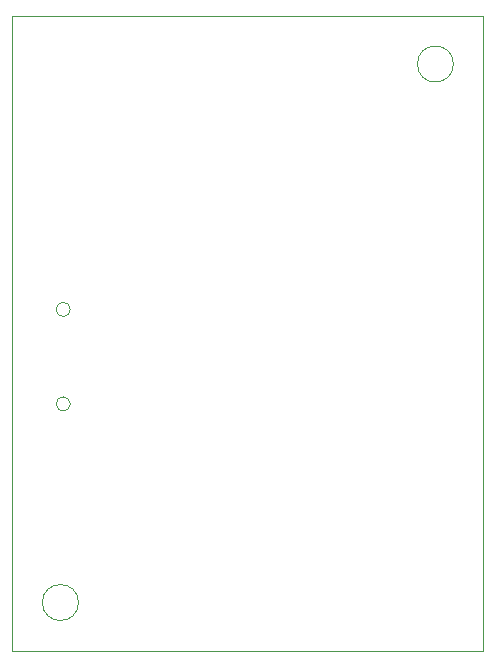
<source format=gbr>
%TF.GenerationSoftware,KiCad,Pcbnew,(7.0.0)*%
%TF.CreationDate,2023-02-28T10:18:41+08:00*%
%TF.ProjectId,ESP32_DK,45535033-325f-4444-9b2e-6b696361645f,rev?*%
%TF.SameCoordinates,Original*%
%TF.FileFunction,Profile,NP*%
%FSLAX46Y46*%
G04 Gerber Fmt 4.6, Leading zero omitted, Abs format (unit mm)*
G04 Created by KiCad (PCBNEW (7.0.0)) date 2023-02-28 10:18:41*
%MOMM*%
%LPD*%
G01*
G04 APERTURE LIST*
%TA.AperFunction,Profile*%
%ADD10C,0.100000*%
%TD*%
%TA.AperFunction,Profile*%
%ADD11C,0.120000*%
%TD*%
G04 APERTURE END LIST*
D10*
X53848000Y-177927000D02*
G75*
G03*
X53848000Y-177927000I-1524000J0D01*
G01*
X85598000Y-132334000D02*
G75*
G03*
X85598000Y-132334000I-1524000J0D01*
G01*
X48260000Y-128270000D02*
X88138000Y-128270000D01*
X88138000Y-128270000D02*
X88138000Y-181991000D01*
X88138000Y-181991000D02*
X48260000Y-181991000D01*
X48260000Y-181991000D02*
X48260000Y-128270000D01*
D11*
%TO.C,SD1*%
X53161000Y-153115000D02*
G75*
G03*
X53161000Y-153115000I-600000J0D01*
G01*
X53161000Y-161115000D02*
G75*
G03*
X53161000Y-161115000I-600000J0D01*
G01*
%TD*%
M02*

</source>
